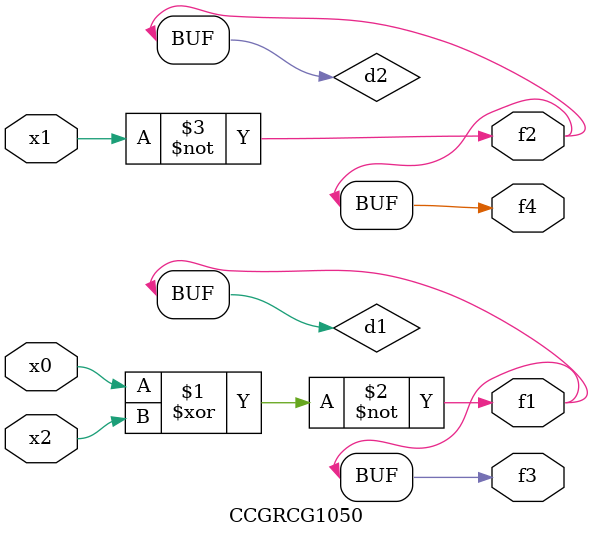
<source format=v>
module CCGRCG1050(
	input x0, x1, x2,
	output f1, f2, f3, f4
);

	wire d1, d2, d3;

	xnor (d1, x0, x2);
	nand (d2, x1);
	nor (d3, x1, x2);
	assign f1 = d1;
	assign f2 = d2;
	assign f3 = d1;
	assign f4 = d2;
endmodule

</source>
